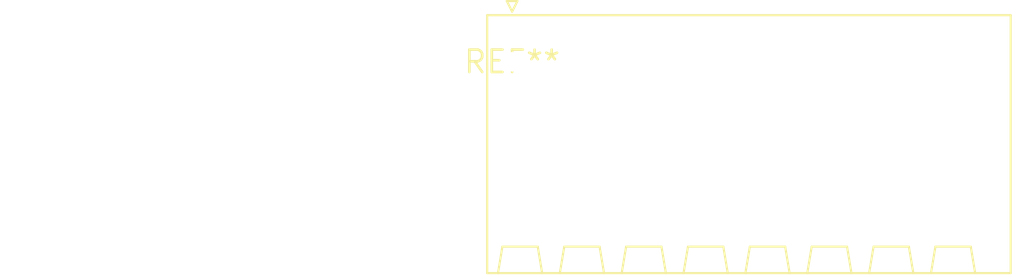
<source format=kicad_pcb>
(kicad_pcb (version 20240108) (generator pcbnew)
  (layers (0 "F.Cu" signal) (31 "B.Cu" signal) (34 "B.Paste" user) (35 "F.Paste" user) (36 "B.SilkS" user "B.Silkscreen") (37 "F.SilkS" user "F.Silkscreen") (38 "B.Mask" user) (39 "F.Mask" user) (44 "Edge.Cuts" user))
  (net 0 "")
  (footprint "PhoenixContact_SPT_1.5_8-H-3.5_1x08_P3.5mm_Horizontal" (layer "F.Cu") (at 0 0)
    (property "Reference" "REF**")
    (property "Value" "PhoenixContact_SPT_1.5_8-H-3.5_1x08_P3.5mm_Horizontal")
    (fp_line (start -1.41 -2.64) (end 28.21 -2.64) (layer "F.SilkS") (stroke (width 0.12)))
    (fp_line (start -1.41 11.98) (end -1.41 -2.64) (layer "F.SilkS") (stroke (width 0.12)))
    (fp_line (start -0.8 11.98) (end -0.55 10.48) (layer "F.SilkS") (stroke (width 0.12)))
    (fp_line (start -0.55 10.48) (end 1.45 10.48) (layer "F.SilkS") (stroke (width 0.12)))
    (fp_line (start -0.3 -3.44) (end 0 -2.84) (layer "F.SilkS") (stroke (width 0.12)))
    (fp_line (start -0.3 -3.44) (end 0.3 -3.44) (layer "F.SilkS") (stroke (width 0.12)))
    (fp_line (start 0.3 -3.44) (end 0 -2.84) (layer "F.SilkS") (stroke (width 0.12)))
    (fp_line (start 1.7 11.98) (end 1.45 10.48) (layer "F.SilkS") (stroke (width 0.12)))
    (fp_line (start 2.7 11.98) (end 2.95 10.48) (layer "F.SilkS") (stroke (width 0.12)))
    (fp_line (start 2.95 10.48) (end 4.95 10.48) (layer "F.SilkS") (stroke (width 0.12)))
    (fp_line (start 5.2 11.98) (end 4.95 10.48) (layer "F.SilkS") (stroke (width 0.12)))
    (fp_line (start 6.2 11.98) (end 6.45 10.48) (layer "F.SilkS") (stroke (width 0.12)))
    (fp_line (start 6.45 10.48) (end 8.45 10.48) (layer "F.SilkS") (stroke (width 0.12)))
    (fp_line (start 8.7 11.98) (end 8.45 10.48) (layer "F.SilkS") (stroke (width 0.12)))
    (fp_line (start 9.7 11.98) (end 9.95 10.48) (layer "F.SilkS") (stroke (width 0.12)))
    (fp_line (start 9.95 10.48) (end 11.95 10.48) (layer "F.SilkS") (stroke (width 0.12)))
    (fp_line (start 12.2 11.98) (end 11.95 10.48) (layer "F.SilkS") (stroke (width 0.12)))
    (fp_line (start 13.2 11.98) (end 13.45 10.48) (layer "F.SilkS") (stroke (width 0.12)))
    (fp_line (start 13.45 10.48) (end 15.45 10.48) (layer "F.SilkS") (stroke (width 0.12)))
    (fp_line (start 15.7 11.98) (end 15.45 10.48) (layer "F.SilkS") (stroke (width 0.12)))
    (fp_line (start 16.7 11.98) (end 16.95 10.48) (layer "F.SilkS") (stroke (width 0.12)))
    (fp_line (start 16.95 10.48) (end 18.95 10.48) (layer "F.SilkS") (stroke (width 0.12)))
    (fp_line (start 19.2 11.98) (end 18.95 10.48) (layer "F.SilkS") (stroke (width 0.12)))
    (fp_line (start 20.2 11.98) (end 20.45 10.48) (layer "F.SilkS") (stroke (width 0.12)))
    (fp_line (start 20.45 10.48) (end 22.45 10.48) (layer "F.SilkS") (stroke (width 0.12)))
    (fp_line (start 22.7 11.98) (end 22.45 10.48) (layer "F.SilkS") (stroke (width 0.12)))
    (fp_line (start 23.7 11.98) (end 23.95 10.48) (layer "F.SilkS") (stroke (width 0.12)))
    (fp_line (start 23.95 10.48) (end 25.95 10.48) (layer "F.SilkS") (stroke (width 0.12)))
    (fp_line (start 26.2 11.98) (end 25.95 10.48) (layer "F.SilkS") (stroke (width 0.12)))
    (fp_line (start 28.21 -2.64) (end 28.21 11.98) (layer "F.SilkS") (stroke (width 0.12)))
    (fp_line (start 28.21 11.98) (end -1.41 11.98) (layer "F.SilkS") (stroke (width 0.12)))
    (pad "1" thru_hole roundrect (at 0 0) (size 1.8 3.3) (drill 1.1) (layers *.Cu *.Mask) (remove_unused_layers) (roundrect_rratio 0.138889))
    (pad "1" thru_hole roundrect (at 0 8.2) (size 1.8 3.3) (drill 1.1) (layers *.Cu *.Mask) (remove_unused_layers) (roundrect_rratio 0.138889))
    (pad "2" thru_hole oval (at 3.5 0) (size 1.8 3.3) (drill 1.1) (layers *.Cu *.Mask) (remove_unused_layers))
    (pad "2" thru_hole oval (at 3.5 8.2) (size 1.8 3.3) (drill 1.1) (layers *.Cu *.Mask) (remove_unused_layers))
    (pad "3" thru_hole oval (at 7 0) (size 1.8 3.3) (drill 1.1) (layers *.Cu *.Mask) (remove_unused_layers))
    (pad "3" thru_hole oval (at 7 8.2) (size 1.8 3.3) (drill 1.1) (layers *.Cu *.Mask) (remove_unused_layers))
    (pad "4" thru_hole oval (at 10.5 0) (size 1.8 3.3) (drill 1.1) (layers *.Cu *.Mask) (remove_unused_layers))
    (pad "4" thru_hole oval (at 10.5 8.2) (size 1.8 3.3) (drill 1.1) (layers *.Cu *.Mask) (remove_unused_layers))
    (pad "5" thru_hole oval (at 14 0) (size 1.8 3.3) (drill 1.1) (layers *.Cu *.Mask) (remove_unused_layers))
    (pad "5" thru_hole oval (at 14 8.2) (size 1.8 3.3) (drill 1.1) (layers *.Cu *.Mask) (remove_unused_layers))
    (pad "6" thru_hole oval (at 17.5 0) (size 1.8 3.3) (drill 1.1) (layers *.Cu *.Mask) (remove_unused_layers))
    (pad "6" thru_hole oval (at 17.5 8.2) (size 1.8 3.3) (drill 1.1) (layers *.Cu *.Mask) (remove_unused_layers))
    (pad "7" thru_hole oval (at 21 0) (size 1.8 3.3) (drill 1.1) (layers *.Cu *.Mask) (remove_unused_layers))
    (pad "7" thru_hole oval (at 21 8.2) (size 1.8 3.3) (drill 1.1) (layers *.Cu *.Mask) (remove_unused_layers))
    (pad "8" thru_hole oval (at 24.5 0) (size 1.8 3.3) (drill 1.1) (layers *.Cu *.Mask) (remove_unused_layers))
    (pad "8" thru_hole oval (at 24.5 8.2) (size 1.8 3.3) (drill 1.1) (layers *.Cu *.Mask) (remove_unused_layers))
  )
)
</source>
